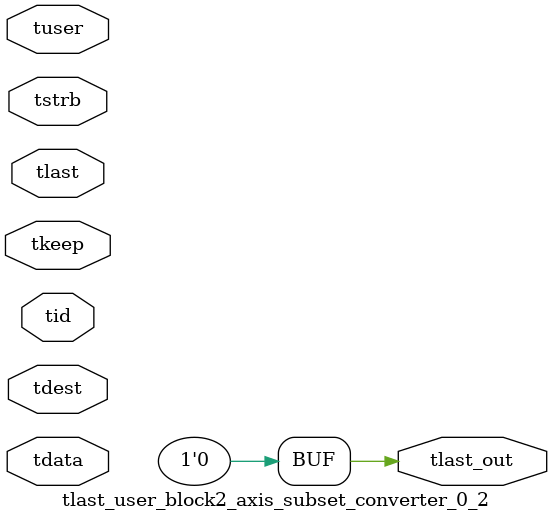
<source format=v>


`timescale 1ps/1ps

module tlast_user_block2_axis_subset_converter_0_2 #
(
parameter C_S_AXIS_TID_WIDTH   = 1,
parameter C_S_AXIS_TUSER_WIDTH = 0,
parameter C_S_AXIS_TDATA_WIDTH = 0,
parameter C_S_AXIS_TDEST_WIDTH = 0
)
(
input  [(C_S_AXIS_TID_WIDTH   == 0 ? 1 : C_S_AXIS_TID_WIDTH)-1:0       ] tid,
input  [(C_S_AXIS_TDATA_WIDTH == 0 ? 1 : C_S_AXIS_TDATA_WIDTH)-1:0     ] tdata,
input  [(C_S_AXIS_TUSER_WIDTH == 0 ? 1 : C_S_AXIS_TUSER_WIDTH)-1:0     ] tuser,
input  [(C_S_AXIS_TDEST_WIDTH == 0 ? 1 : C_S_AXIS_TDEST_WIDTH)-1:0     ] tdest,
input  [(C_S_AXIS_TDATA_WIDTH/8)-1:0 ] tkeep,
input  [(C_S_AXIS_TDATA_WIDTH/8)-1:0 ] tstrb,
input  [0:0]                                                             tlast,
output                                                                   tlast_out
);

assign tlast_out = {1'b0};

endmodule


</source>
